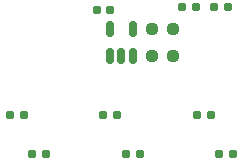
<source format=gbr>
%TF.GenerationSoftware,KiCad,Pcbnew,7.0.5*%
%TF.CreationDate,2023-06-05T00:45:25-04:00*%
%TF.ProjectId,BURNING_R,4255524e-494e-4475-9f52-2e6b69636164,rev?*%
%TF.SameCoordinates,Original*%
%TF.FileFunction,Paste,Bot*%
%TF.FilePolarity,Positive*%
%FSLAX46Y46*%
G04 Gerber Fmt 4.6, Leading zero omitted, Abs format (unit mm)*
G04 Created by KiCad (PCBNEW 7.0.5) date 2023-06-05 00:45:25*
%MOMM*%
%LPD*%
G01*
G04 APERTURE LIST*
G04 Aperture macros list*
%AMRoundRect*
0 Rectangle with rounded corners*
0 $1 Rounding radius*
0 $2 $3 $4 $5 $6 $7 $8 $9 X,Y pos of 4 corners*
0 Add a 4 corners polygon primitive as box body*
4,1,4,$2,$3,$4,$5,$6,$7,$8,$9,$2,$3,0*
0 Add four circle primitives for the rounded corners*
1,1,$1+$1,$2,$3*
1,1,$1+$1,$4,$5*
1,1,$1+$1,$6,$7*
1,1,$1+$1,$8,$9*
0 Add four rect primitives between the rounded corners*
20,1,$1+$1,$2,$3,$4,$5,0*
20,1,$1+$1,$4,$5,$6,$7,0*
20,1,$1+$1,$6,$7,$8,$9,0*
20,1,$1+$1,$8,$9,$2,$3,0*%
G04 Aperture macros list end*
%ADD10RoundRect,0.160000X-0.197500X-0.160000X0.197500X-0.160000X0.197500X0.160000X-0.197500X0.160000X0*%
%ADD11RoundRect,0.160000X0.197500X0.160000X-0.197500X0.160000X-0.197500X-0.160000X0.197500X-0.160000X0*%
%ADD12RoundRect,0.237500X0.250000X0.237500X-0.250000X0.237500X-0.250000X-0.237500X0.250000X-0.237500X0*%
%ADD13RoundRect,0.155000X0.212500X0.155000X-0.212500X0.155000X-0.212500X-0.155000X0.212500X-0.155000X0*%
%ADD14RoundRect,0.237500X-0.250000X-0.237500X0.250000X-0.237500X0.250000X0.237500X-0.250000X0.237500X0*%
%ADD15RoundRect,0.150000X0.150000X-0.512500X0.150000X0.512500X-0.150000X0.512500X-0.150000X-0.512500X0*%
G04 APERTURE END LIST*
D10*
%TO.C,R4*%
X152662500Y-89398621D03*
X153857500Y-89398621D03*
%TD*%
D11*
%TO.C,R9*%
X156997500Y-101848621D03*
X155802500Y-101848621D03*
%TD*%
%TO.C,R8*%
X139310000Y-98548621D03*
X138115000Y-98548621D03*
%TD*%
D10*
%TO.C,R5*%
X155362500Y-89398621D03*
X156557500Y-89398621D03*
%TD*%
D12*
%TO.C,R1*%
X151952500Y-91198621D03*
X150127500Y-91198621D03*
%TD*%
D13*
%TO.C,C4*%
X146607500Y-89618621D03*
X145472500Y-89618621D03*
%TD*%
D11*
%TO.C,R10*%
X149097500Y-101848621D03*
X147902500Y-101848621D03*
%TD*%
%TO.C,R11*%
X141197500Y-101848621D03*
X140002500Y-101848621D03*
%TD*%
D14*
%TO.C,R2*%
X150127500Y-93488621D03*
X151952500Y-93488621D03*
%TD*%
D15*
%TO.C,U2*%
X148500000Y-93486121D03*
X147550000Y-93486121D03*
X146600000Y-93486121D03*
X146600000Y-91211121D03*
X148500000Y-91211121D03*
%TD*%
D11*
%TO.C,R7*%
X147210000Y-98548621D03*
X146015000Y-98548621D03*
%TD*%
%TO.C,R6*%
X155110000Y-98548621D03*
X153915000Y-98548621D03*
%TD*%
M02*

</source>
